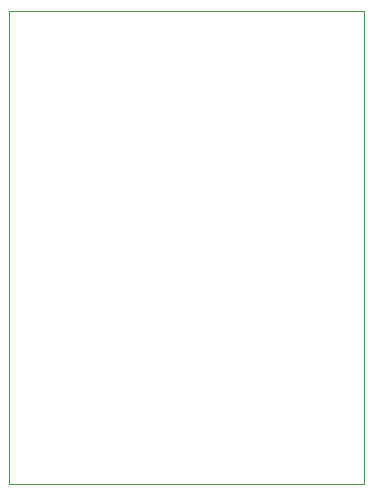
<source format=gbr>
G04 #@! TF.GenerationSoftware,KiCad,Pcbnew,7.0.2-6a45011f42~172~ubuntu22.04.1*
G04 #@! TF.CreationDate,2023-06-14T15:19:40+02:00*
G04 #@! TF.ProjectId,imu_module,696d755f-6d6f-4647-956c-652e6b696361,rev?*
G04 #@! TF.SameCoordinates,Original*
G04 #@! TF.FileFunction,Profile,NP*
%FSLAX46Y46*%
G04 Gerber Fmt 4.6, Leading zero omitted, Abs format (unit mm)*
G04 Created by KiCad (PCBNEW 7.0.2-6a45011f42~172~ubuntu22.04.1) date 2023-06-14 15:19:40*
%MOMM*%
%LPD*%
G01*
G04 APERTURE LIST*
G04 #@! TA.AperFunction,Profile*
%ADD10C,0.050000*%
G04 #@! TD*
G04 APERTURE END LIST*
D10*
X0Y-40000000D02*
X0Y0D01*
X30000000Y0D02*
X30000000Y-40000000D01*
X30000000Y-40000000D02*
X0Y-40000000D01*
X0Y0D02*
X30000000Y0D01*
M02*

</source>
